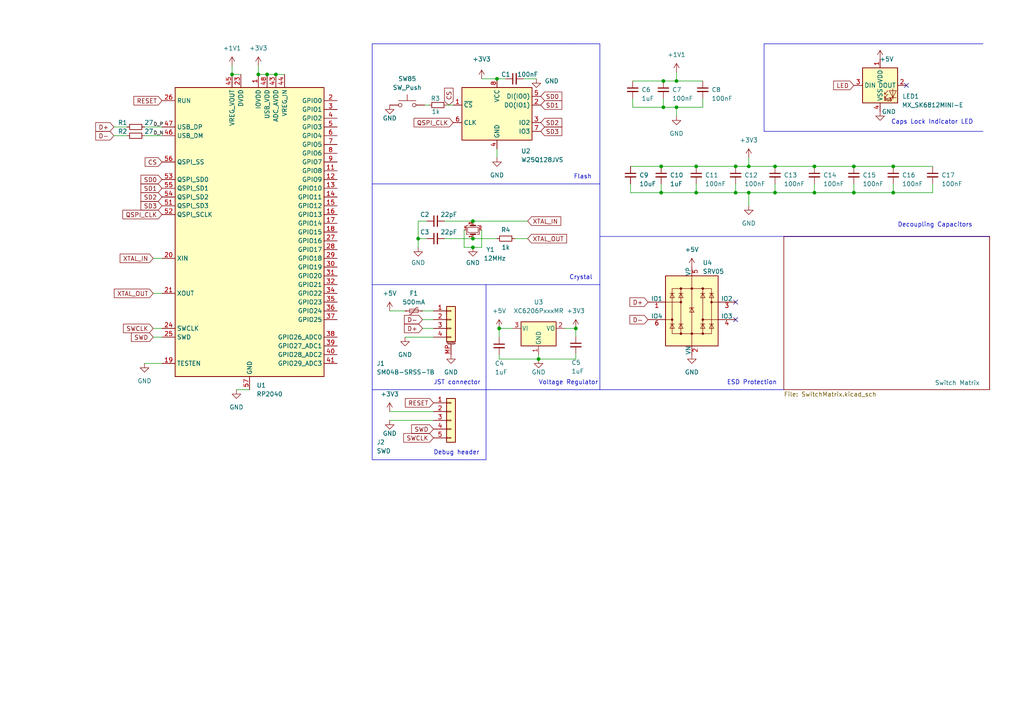
<source format=kicad_sch>
(kicad_sch (version 20230121) (generator eeschema)
  (paper "A4")
  (lib_symbols
    (symbol "+3V3_2" (power) (pin_names (offset 0))
      (property "Value" "+3V3_2" (at 0 3.556 0))
      (symbol "+3V3_2_0_1"
        (polyline (pts (xy -0.762 1.27) (xy 0 2.54)))
        (polyline (pts (xy 0 0) (xy 0 2.54)))
        (polyline (pts (xy 0 2.54) (xy 0.762 1.27)))
      )
      (symbol "+3V3_2_1_1"
        (pin power_in line (at 0 0 90) (length 0) hide (name "+3V3") (number "1"))
      )
    )
    (symbol "Connector_Generic:Conn_01x05" (pin_names (offset 1.016) hide)
      (property "Reference" "J" (at 0 7.62 0))
      (property "Value" "Conn_01x05" (at 0 -7.62 0))
      (symbol "Conn_01x05_1_1"
        (rectangle (start -1.27 -4.953) (end 0 -5.207) (stroke (width 0.1524)))
        (rectangle (start -1.27 -2.413) (end 0 -2.667) (stroke (width 0.1524)))
        (rectangle (start -1.27 0.127) (end 0 -0.127) (stroke (width 0.1524)))
        (rectangle (start -1.27 2.667) (end 0 2.413) (stroke (width 0.1524)))
        (rectangle (start -1.27 5.207) (end 0 4.953) (stroke (width 0.1524)))
        (rectangle (start -1.27 6.35) (end 1.27 -6.35) (stroke (width 0.254)) (fill (type background)))
        (pin passive line (at -5.08 5.08 0) (length 3.81) (name "Pin_1") (number "1"))
        (pin passive line (at -5.08 2.54 0) (length 3.81) (name "Pin_2") (number "2"))
        (pin passive line (at -5.08 0 0) (length 3.81) (name "Pin_3") (number "3"))
        (pin passive line (at -5.08 -2.54 0) (length 3.81) (name "Pin_4") (number "4"))
        (pin passive line (at -5.08 -5.08 0) (length 3.81) (name "Pin_5") (number "5"))
      )
    )
    (symbol "Connector_Generic_MountingPin:Conn_01x04_MountingPin" (pin_names (offset 1.016) hide)
      (property "Reference" "J" (at 0 5.08 0))
      (property "Value" "Conn_01x04_MountingPin" (at 1.27 -7.62 0))
      (symbol "Conn_01x04_MountingPin_1_1"
        (rectangle (start -1.27 -4.953) (end 0 -5.207) (stroke (width 0.1524)))
        (rectangle (start -1.27 -2.413) (end 0 -2.667) (stroke (width 0.1524)))
        (rectangle (start -1.27 0.127) (end 0 -0.127) (stroke (width 0.1524)))
        (rectangle (start -1.27 2.667) (end 0 2.413) (stroke (width 0.1524)))
        (rectangle (start -1.27 3.81) (end 1.27 -6.35) (stroke (width 0.254)) (fill (type background)))
        (polyline (pts (xy -1.016 -7.112) (xy 1.016 -7.112)) (stroke (width 0.1524)))
        (text "Mounting" (at 0 -6.731 0) (effects (font (size 0.381 0.381))))
        (pin passive line (at -5.08 2.54 0) (length 3.81) (name "Pin_1") (number "1"))
        (pin passive line (at -5.08 0 0) (length 3.81) (name "Pin_2") (number "2"))
        (pin passive line (at -5.08 -2.54 0) (length 3.81) (name "Pin_3") (number "3"))
        (pin passive line (at -5.08 -5.08 0) (length 3.81) (name "Pin_4") (number "4"))
        (pin passive line (at 0 -10.16 90) (length 3.048) (name "MountPin") (number "MP"))
      )
    )
    (symbol "Device:C_Small" (pin_numbers hide) (pin_names (offset 0.254) hide)
      (property "Reference" "C" (at 0.254 1.778 0))
      (property "Value" "C_Small" (at 0.254 -2.032 0))
      (symbol "C_Small_0_1"
        (polyline (pts (xy -1.524 -0.508) (xy 1.524 -0.508)) (stroke (width 0.3302)))
        (polyline (pts (xy -1.524 0.508) (xy 1.524 0.508)) (stroke (width 0.3048)))
      )
      (symbol "C_Small_1_1"
        (pin passive line (at 0 2.54 270) (length 2.032) (name "~") (number "1"))
        (pin passive line (at 0 -2.54 90) (length 2.032) (name "~") (number "2"))
      )
    )
    (symbol "Device:Crystal_GND24_Small" (pin_names (offset 1.016) hide)
      (property "Reference" "Y" (at 1.27 4.445 0))
      (property "Value" "Crystal_GND24_Small" (at 1.27 2.54 0))
      (symbol "Crystal_GND24_Small_0_1"
        (rectangle (start -0.762 -1.524) (end 0.762 1.524))
        (polyline (pts (xy -1.27 -0.762) (xy -1.27 0.762)) (stroke (width 0.381)))
        (polyline (pts (xy 1.27 -0.762) (xy 1.27 0.762)) (stroke (width 0.381)))
        (polyline (pts (xy -1.27 -1.27) (xy -1.27 -1.905) (xy 1.27 -1.905) (xy 1.27 -1.27)))
        (polyline (pts (xy -1.27 1.27) (xy -1.27 1.905) (xy 1.27 1.905) (xy 1.27 1.27)))
      )
      (symbol "Crystal_GND24_Small_1_1"
        (pin passive line (at -2.54 0 0) (length 1.27) (name "1") (number "1"))
        (pin passive line (at 0 -2.54 90) (length 0.635) (name "2") (number "2"))
        (pin passive line (at 2.54 0 180) (length 1.27) (name "3") (number "3"))
        (pin passive line (at 0 2.54 270) (length 0.635) (name "4") (number "4"))
      )
    )
    (symbol "Device:Polyfuse_Small" (pin_numbers hide) (pin_names (offset 0))
      (property "Reference" "F" (at -1.905 0 90))
      (property "Value" "Polyfuse_Small" (at 1.905 0 90))
      (symbol "Polyfuse_Small_0_1"
        (rectangle (start -0.508 1.27) (end 0.508 -1.27))
        (polyline (pts (xy 0 2.54) (xy 0 -2.54)))
        (polyline (pts (xy -1.016 1.27) (xy -1.016 0.762) (xy 1.016 -0.762) (xy 1.016 -1.27)))
      )
      (symbol "Polyfuse_Small_1_1"
        (pin passive line (at 0 2.54 270) (length 0.635) (name "~") (number "1"))
        (pin passive line (at 0 -2.54 90) (length 0.635) (name "~") (number "2"))
      )
    )
    (symbol "Device:R_Small" (pin_numbers hide) (pin_names (offset 0.254) hide)
      (property "Reference" "R" (at 0.762 0.508 0))
      (property "Value" "R_Small" (at 0.762 -1.016 0))
      (symbol "R_Small_0_1"
        (rectangle (start -0.762 1.778) (end 0.762 -1.778) (stroke (width 0.2032)))
      )
      (symbol "R_Small_1_1"
        (pin passive line (at 0 2.54 270) (length 0.762) (name "~") (number "1"))
        (pin passive line (at 0 -2.54 90) (length 0.762) (name "~") (number "2"))
      )
    )
    (symbol "GND_1" (power) (pin_names (offset 0))
      (property "Value" "GND_1" (at 0 -3.81 0))
      (symbol "GND_1_0_1"
        (polyline (pts (xy 0 0) (xy 0 -1.27) (xy 1.27 -1.27) (xy 0 -2.54) (xy -1.27 -1.27) (xy 0 -1.27)))
      )
      (symbol "GND_1_1_1"
        (pin power_in line (at 0 0 270) (length 0) hide (name "GND") (number "1"))
      )
    )
    (symbol "GND_2" (power) (pin_names (offset 0))
      (property "Value" "GND_2" (at 0 -3.81 0))
      (symbol "GND_2_0_1"
        (polyline (pts (xy 0 0) (xy 0 -1.27) (xy 1.27 -1.27) (xy 0 -2.54) (xy -1.27 -1.27) (xy 0 -1.27)))
      )
      (symbol "GND_2_1_1"
        (pin power_in line (at 0 0 270) (length 0) hide (name "GND") (number "1"))
      )
    )
    (symbol "MCU_RaspberryPi:RP2040"
      (property "Reference" "U" (at 17.78 45.72 0))
      (property "Value" "RP2040" (at 17.78 43.18 0))
      (symbol "RP2040_0_1"
        (rectangle (start -21.59 41.91) (end 21.59 -41.91) (stroke (width 0.254)) (fill (type background)))
      )
      (symbol "RP2040_1_1"
        (pin power_in line (at 2.54 45.72 270) (length 3.81) (name "IOVDD") (number "1"))
        (pin passive line (at 2.54 45.72 270) (length 3.81) hide (name "IOVDD") (number "10"))
        (pin bidirectional line (at 25.4 17.78 180) (length 3.81) (name "GPIO8") (number "11"))
        (pin bidirectional line (at 25.4 15.24 180) (length 3.81) (name "GPIO9") (number "12"))
        (pin bidirectional line (at 25.4 12.7 180) (length 3.81) (name "GPIO10") (number "13"))
        (pin bidirectional line (at 25.4 10.16 180) (length 3.81) (name "GPIO11") (number "14"))
        (pin bidirectional line (at 25.4 7.62 180) (length 3.81) (name "GPIO12") (number "15"))
        (pin bidirectional line (at 25.4 5.08 180) (length 3.81) (name "GPIO13") (number "16"))
        (pin bidirectional line (at 25.4 2.54 180) (length 3.81) (name "GPIO14") (number "17"))
        (pin bidirectional line (at 25.4 0 180) (length 3.81) (name "GPIO15") (number "18"))
        (pin input line (at -25.4 -38.1 0) (length 3.81) (name "TESTEN") (number "19"))
        (pin bidirectional line (at 25.4 38.1 180) (length 3.81) (name "GPIO0") (number "2"))
        (pin input line (at -25.4 -7.62 0) (length 3.81) (name "XIN") (number "20"))
        (pin passive line (at -25.4 -17.78 0) (length 3.81) (name "XOUT") (number "21"))
        (pin passive line (at 2.54 45.72 270) (length 3.81) hide (name "IOVDD") (number "22"))
        (pin power_in line (at -2.54 45.72 270) (length 3.81) (name "DVDD") (number "23"))
        (pin output line (at -25.4 -27.94 0) (length 3.81) (name "SWCLK") (number "24"))
        (pin bidirectional line (at -25.4 -30.48 0) (length 3.81) (name "SWD") (number "25"))
        (pin input line (at -25.4 38.1 0) (length 3.81) (name "RUN") (number "26"))
        (pin bidirectional line (at 25.4 -2.54 180) (length 3.81) (name "GPIO16") (number "27"))
        (pin bidirectional line (at 25.4 -5.08 180) (length 3.81) (name "GPIO17") (number "28"))
        (pin bidirectional line (at 25.4 -7.62 180) (length 3.81) (name "GPIO18") (number "29"))
        (pin bidirectional line (at 25.4 35.56 180) (length 3.81) (name "GPIO1") (number "3"))
        (pin bidirectional line (at 25.4 -10.16 180) (length 3.81) (name "GPIO19") (number "30"))
        (pin bidirectional line (at 25.4 -12.7 180) (length 3.81) (name "GPIO20") (number "31"))
        (pin bidirectional line (at 25.4 -15.24 180) (length 3.81) (name "GPIO21") (number "32"))
        (pin passive line (at 2.54 45.72 270) (length 3.81) hide (name "IOVDD") (number "33"))
        (pin bidirectional line (at 25.4 -17.78 180) (length 3.81) (name "GPIO22") (number "34"))
        (pin bidirectional line (at 25.4 -20.32 180) (length 3.81) (name "GPIO23") (number "35"))
        (pin bidirectional line (at 25.4 -22.86 180) (length 3.81) (name "GPIO24") (number "36"))
        (pin bidirectional line (at 25.4 -25.4 180) (length 3.81) (name "GPIO25") (number "37"))
        (pin bidirectional line (at 25.4 -30.48 180) (length 3.81) (name "GPIO26_ADC0") (number "38"))
        (pin bidirectional line (at 25.4 -33.02 180) (length 3.81) (name "GPIO27_ADC1") (number "39"))
        (pin bidirectional line (at 25.4 33.02 180) (length 3.81) (name "GPIO2") (number "4"))
        (pin bidirectional line (at 25.4 -35.56 180) (length 3.81) (name "GPIO28_ADC2") (number "40"))
        (pin bidirectional line (at 25.4 -38.1 180) (length 3.81) (name "GPIO29_ADC3") (number "41"))
        (pin passive line (at 2.54 45.72 270) (length 3.81) hide (name "IOVDD") (number "42"))
        (pin power_in line (at 7.62 45.72 270) (length 3.81) (name "ADC_AVDD") (number "43"))
        (pin power_in line (at 10.16 45.72 270) (length 3.81) (name "VREG_IN") (number "44"))
        (pin power_out line (at -5.08 45.72 270) (length 3.81) (name "VREG_VOUT") (number "45"))
        (pin bidirectional line (at -25.4 27.94 0) (length 3.81) (name "USB_DM") (number "46"))
        (pin bidirectional line (at -25.4 30.48 0) (length 3.81) (name "USB_DP") (number "47"))
        (pin power_in line (at 5.08 45.72 270) (length 3.81) (name "USB_VDD") (number "48"))
        (pin passive line (at 2.54 45.72 270) (length 3.81) hide (name "IOVDD") (number "49"))
        (pin bidirectional line (at 25.4 30.48 180) (length 3.81) (name "GPIO3") (number "5"))
        (pin passive line (at -2.54 45.72 270) (length 3.81) hide (name "DVDD") (number "50"))
        (pin bidirectional line (at -25.4 7.62 0) (length 3.81) (name "QSPI_SD3") (number "51"))
        (pin output line (at -25.4 5.08 0) (length 3.81) (name "QSPI_SCLK") (number "52"))
        (pin bidirectional line (at -25.4 15.24 0) (length 3.81) (name "QSPI_SD0") (number "53"))
        (pin bidirectional line (at -25.4 10.16 0) (length 3.81) (name "QSPI_SD2") (number "54"))
        (pin bidirectional line (at -25.4 12.7 0) (length 3.81) (name "QSPI_SD1") (number "55"))
        (pin bidirectional line (at -25.4 20.32 0) (length 3.81) (name "QSPI_SS") (number "56"))
        (pin power_in line (at 0 -45.72 90) (length 3.81) (name "GND") (number "57"))
        (pin bidirectional line (at 25.4 27.94 180) (length 3.81) (name "GPIO4") (number "6"))
        (pin bidirectional line (at 25.4 25.4 180) (length 3.81) (name "GPIO5") (number "7"))
        (pin bidirectional line (at 25.4 22.86 180) (length 3.81) (name "GPIO6") (number "8"))
        (pin bidirectional line (at 25.4 20.32 180) (length 3.81) (name "GPIO7") (number "9"))
      )
    )
    (symbol "Memory_Flash:W25Q128JVS"
      (property "Reference" "U" (at -8.89 8.89 0))
      (property "Value" "W25Q128JVS" (at 7.62 8.89 0))
      (symbol "W25Q128JVS_0_1"
        (rectangle (start -10.16 7.62) (end 10.16 -7.62) (stroke (width 0.254)) (fill (type background)))
      )
      (symbol "W25Q128JVS_1_1"
        (pin input line (at -12.7 2.54 0) (length 2.54) (name "~{CS}") (number "1"))
        (pin bidirectional line (at 12.7 2.54 180) (length 2.54) (name "DO(IO1)") (number "2"))
        (pin bidirectional line (at 12.7 -2.54 180) (length 2.54) (name "IO2") (number "3"))
        (pin power_in line (at 0 -10.16 90) (length 2.54) (name "GND") (number "4"))
        (pin bidirectional line (at 12.7 5.08 180) (length 2.54) (name "DI(IO0)") (number "5"))
        (pin input line (at -12.7 -2.54 0) (length 2.54) (name "CLK") (number "6"))
        (pin bidirectional line (at 12.7 -5.08 180) (length 2.54) (name "IO3") (number "7"))
        (pin power_in line (at 0 10.16 270) (length 2.54) (name "VCC") (number "8"))
      )
    )
    (symbol "Regulator_Linear:XC6206PxxxMR" (pin_names (offset 0.254))
      (property "Reference" "U" (at -3.81 3.175 0))
      (property "Value" "XC6206PxxxMR" (at 0 3.175 0))
      (symbol "XC6206PxxxMR_0_1"
        (rectangle (start -5.08 1.905) (end 5.08 -5.08) (stroke (width 0.254)) (fill (type background)))
      )
      (symbol "XC6206PxxxMR_1_1"
        (pin power_in line (at 0 -7.62 90) (length 2.54) (name "GND") (number "1"))
        (pin power_out line (at 7.62 0 180) (length 2.54) (name "VO") (number "2"))
        (pin power_in line (at -7.62 0 0) (length 2.54) (name "VI") (number "3"))
      )
    )
    (symbol "Switch:SW_Push" (pin_numbers hide) (pin_names (offset 1.016) hide)
      (property "Reference" "SW" (at 1.27 2.54 0))
      (property "Value" "SW_Push" (at 0 -1.524 0))
      (symbol "SW_Push_0_1"
        (circle (center -2.032 0) (radius 0.508))
        (polyline (pts (xy 0 1.27) (xy 0 3.048)))
        (polyline (pts (xy 2.54 1.27) (xy -2.54 1.27)))
        (circle (center 2.032 0) (radius 0.508))
        (pin passive line (at -5.08 0 0) (length 2.54) (name "1") (number "1"))
        (pin passive line (at 5.08 0 180) (length 2.54) (name "2") (number "2"))
      )
    )
    (symbol "marbastlib-mx:MX_SK6812MINI-E"
      (property "Reference" "LED" (at 2.54 -6.35 0))
      (property "Value" "MX_SK6812MINI-E" (at 10.16 6.35 0))
      (symbol "MX_SK6812MINI-E_0_0"
        (text "RGB" (at 2.286 -4.191 0) (effects (font (size 0.762 0.762))))
      )
      (symbol "MX_SK6812MINI-E_0_1"
        (polyline (pts (xy 1.27 -3.556) (xy 1.778 -3.556)))
        (polyline (pts (xy 1.27 -2.54) (xy 1.778 -2.54)))
        (polyline (pts (xy 4.699 -3.556) (xy 2.667 -3.556)))
        (polyline (pts (xy 2.286 -2.54) (xy 1.27 -3.556) (xy 1.27 -3.048)))
        (polyline (pts (xy 2.286 -1.524) (xy 1.27 -2.54) (xy 1.27 -2.032)))
        (polyline (pts (xy 3.683 -1.016) (xy 3.683 -3.556) (xy 3.683 -4.064)))
        (polyline (pts (xy 4.699 -1.524) (xy 2.667 -1.524) (xy 3.683 -3.556) (xy 4.699 -1.524)))
        (rectangle (start 5.08 5.08) (end -5.08 -5.08) (stroke (width 0.254)) (fill (type background)))
      )
      (symbol "MX_SK6812MINI-E_1_1"
        (pin power_in line (at 0 7.62 270) (length 2.54) (name "VDD") (number "1"))
        (pin output line (at 7.62 0 180) (length 2.54) (name "DOUT") (number "2"))
        (pin input line (at -7.62 0 0) (length 2.54) (name "DIN") (number "3"))
        (pin power_in line (at 0 -7.62 90) (length 2.54) (name "VSS") (number "4"))
      )
    )
    (symbol "marbastlib-various:SRV05-4" (pin_names (offset 0))
      (property "Reference" "U" (at -5.08 11.43 0))
      (property "Value" "SRV05-4" (at 2.54 11.43 0))
      (symbol "SRV05-4_0_0"
        (rectangle (start -5.715 6.477) (end 5.715 -6.604))
        (polyline (pts (xy -3.175 -6.604) (xy -3.175 6.477)))
        (polyline (pts (xy 3.175 6.477) (xy 3.175 -6.604)))
      )
      (symbol "SRV05-4_0_1"
        (rectangle (start -7.62 10.16) (end 7.62 -10.16) (stroke (width 0.254)) (fill (type background)))
        (circle (center -5.715 -2.54) (radius 0.2794) (fill (type outline)))
        (circle (center -3.175 -6.604) (radius 0.2794) (fill (type outline)))
        (circle (center -3.175 2.54) (radius 0.2794) (fill (type outline)))
        (circle (center -3.175 6.477) (radius 0.2794) (fill (type outline)))
        (circle (center 0 -6.604) (radius 0.2794) (fill (type outline)))
        (polyline (pts (xy -7.747 2.54) (xy -3.175 2.54)))
        (polyline (pts (xy -7.62 -2.54) (xy -5.715 -2.54)))
        (polyline (pts (xy -5.08 -3.81) (xy -6.35 -3.81)))
        (polyline (pts (xy -5.08 5.08) (xy -6.35 5.08)))
        (polyline (pts (xy -2.54 -3.81) (xy -3.81 -3.81)))
        (polyline (pts (xy -2.54 5.08) (xy -3.81 5.08)))
        (polyline (pts (xy 0 10.16) (xy 0 -10.16)))
        (polyline (pts (xy 3.81 -3.81) (xy 2.54 -3.81)))
        (polyline (pts (xy 3.81 5.08) (xy 2.54 5.08)))
        (polyline (pts (xy 6.35 -3.81) (xy 5.08 -3.81)))
        (polyline (pts (xy 6.35 5.08) (xy 5.08 5.08)))
        (polyline (pts (xy 7.62 -2.54) (xy 3.175 -2.54)))
        (polyline (pts (xy 7.62 2.54) (xy 5.715 2.54)))
        (polyline (pts (xy 0.635 0.889) (xy -0.635 0.889) (xy -0.635 0.635)))
        (polyline (pts (xy -5.08 -5.08) (xy -6.35 -5.08) (xy -5.715 -3.81) (xy -5.08 -5.08)))
        (polyline (pts (xy -5.08 3.81) (xy -6.35 3.81) (xy -5.715 5.08) (xy -5.08 3.81)))
        (polyline (pts (xy -2.54 -5.08) (xy -3.81 -5.08) (xy -3.175 -3.81) (xy -2.54 -5.08)))
        (polyline (pts (xy -2.54 3.81) (xy -3.81 3.81) (xy -3.175 5.08) (xy -2.54 3.81)))
        (polyline (pts (xy 0.635 -0.381) (xy -0.635 -0.381) (xy 0 0.889) (xy 0.635 -0.381)))
        (polyline (pts (xy 3.81 -5.08) (xy 2.54 -5.08) (xy 3.175 -3.81) (xy 3.81 -5.08)))
        (polyline (pts (xy 3.81 3.81) (xy 2.54 3.81) (xy 3.175 5.08) (xy 3.81 3.81)))
        (polyline (pts (xy 6.35 -5.08) (xy 5.08 -5.08) (xy 5.715 -3.81) (xy 6.35 -5.08)))
        (polyline (pts (xy 6.35 3.81) (xy 5.08 3.81) (xy 5.715 5.08) (xy 6.35 3.81)))
        (circle (center 0 6.477) (radius 0.2794) (fill (type outline)))
        (circle (center 3.175 -6.604) (radius 0.2794) (fill (type outline)))
        (circle (center 3.175 -2.54) (radius 0.2794) (fill (type outline)))
        (circle (center 3.175 6.477) (radius 0.2794) (fill (type outline)))
        (circle (center 5.715 2.54) (radius 0.2794) (fill (type outline)))
      )
      (symbol "SRV05-4_1_1"
        (pin passive line (at -12.7 2.54 0) (length 5.08) (name "IO1") (number "1"))
        (pin passive line (at 0 -12.7 90) (length 2.54) (name "VN") (number "2"))
        (pin passive line (at 12.7 2.54 180) (length 5.08) (name "IO2") (number "3"))
        (pin passive line (at 12.7 -2.54 180) (length 5.08) (name "IO3") (number "4"))
        (pin passive line (at 0 12.7 270) (length 2.54) (name "VP") (number "5"))
        (pin passive line (at -12.7 -2.54 0) (length 5.08) (name "IO4") (number "6"))
      )
    )
    (symbol "power:+1V1" (power) (pin_names (offset 0))
      (property "Value" "+1V1" (at 0 3.556 0))
      (symbol "+1V1_0_1"
        (polyline (pts (xy -0.762 1.27) (xy 0 2.54)))
        (polyline (pts (xy 0 0) (xy 0 2.54)))
        (polyline (pts (xy 0 2.54) (xy 0.762 1.27)))
      )
      (symbol "+1V1_1_1"
        (pin power_in line (at 0 0 90) (length 0) hide (name "+1V1") (number "1"))
      )
    )
    (symbol "power:+3V3" (power) (pin_names (offset 0))
      (property "Value" "+3V3" (at 0 3.556 0))
      (symbol "+3V3_0_1"
        (polyline (pts (xy -0.762 1.27) (xy 0 2.54)))
        (polyline (pts (xy 0 0) (xy 0 2.54)))
        (polyline (pts (xy 0 2.54) (xy 0.762 1.27)))
      )
      (symbol "+3V3_1_1"
        (pin power_in line (at 0 0 90) (length 0) hide (name "+3V3") (number "1"))
      )
    )
    (symbol "power:+5V" (power) (pin_names (offset 0))
      (property "Value" "+5V" (at 0 3.556 0))
      (symbol "+5V_0_1"
        (polyline (pts (xy -0.762 1.27) (xy 0 2.54)))
        (polyline (pts (xy 0 0) (xy 0 2.54)))
        (polyline (pts (xy 0 2.54) (xy 0.762 1.27)))
      )
      (symbol "+5V_1_1"
        (pin power_in line (at 0 0 90) (length 0) hide (name "+5V") (number "1"))
      )
    )
    (symbol "power:GND" (power) (pin_names (offset 0))
      (property "Value" "GND" (at 0 -3.81 0))
      (symbol "GND_0_1"
        (polyline (pts (xy 0 0) (xy 0 -1.27) (xy 1.27 -1.27) (xy 0 -2.54) (xy -1.27 -1.27) (xy 0 -1.27)))
      )
      (symbol "GND_1_1"
        (pin power_in line (at 0 0 270) (length 0) hide (name "GND") (number "1"))
      )
    )
  )
  (junction (at 196.215 23.495))
  (junction (at 80.01 21.59))
  (junction (at 213.36 48.26))
  (junction (at 77.47 21.59))
  (junction (at 144.78 95.25))
  (junction (at 156.21 104.14))
  (junction (at 74.93 21.59))
  (junction (at 191.77 55.88))
  (junction (at 167.005 95.25))
  (junction (at 247.65 48.26))
  (junction (at 191.77 48.26))
  (junction (at 121.285 69.215))
  (junction (at 67.31 21.59))
  (junction (at 137.16 69.215))
  (junction (at 247.65 55.88))
  (junction (at 192.405 23.495))
  (junction (at 137.16 71.755))
  (junction (at 196.215 31.115))
  (junction (at 137.16 64.135))
  (junction (at 217.17 48.26))
  (junction (at 213.36 55.88))
  (junction (at 192.405 31.115))
  (junction (at 259.08 48.26))
  (junction (at 201.93 55.88))
  (junction (at 217.17 55.88))
  (junction (at 201.93 48.26))
  (junction (at 236.22 48.26))
  (junction (at 224.79 48.26))
  (junction (at 259.08 55.88))
  (junction (at 236.22 55.88))
  (junction (at 144.145 22.86))
  (junction (at 224.79 55.88))
  (no_connect (at 262.89 24.765))
  (no_connect (at 213.36 87.63))
  (no_connect (at 213.36 92.71))
  (wire (pts (xy 74.93 21.59) (xy 77.47 21.59)))
  (wire (pts (xy 122.555 95.25) (xy 125.73 95.25)))
  (wire (pts (xy 134.62 71.755) (xy 137.16 71.755)))
  (wire (pts (xy 134.62 66.675) (xy 134.62 71.755)))
  (polyline (pts (xy 165.1 53.34) (xy 107.95 53.34)) (stroke (width 0) (type solid)))
  (polyline (pts (xy 285.75 68.58) (xy 287.02 68.58)) (stroke (width 0) (type solid)))
  (wire (pts (xy 44.45 95.25) (xy 46.99 95.25)))
  (wire (pts (xy 122.555 90.17) (xy 125.73 90.17)))
  (wire (pts (xy 74.93 19.05) (xy 74.93 21.59)))
  (wire (pts (xy 44.45 74.93) (xy 46.99 74.93)))
  (polyline (pts (xy 173.99 82.55) (xy 173.99 53.34)) (stroke (width 0) (type solid)))
  (wire (pts (xy 128.905 69.215) (xy 137.16 69.215)))
  (wire (pts (xy 144.78 104.14) (xy 156.21 104.14)))
  (wire (pts (xy 224.79 48.26) (xy 236.22 48.26)))
  (wire (pts (xy 259.08 55.88) (xy 270.51 55.88)))
  (wire (pts (xy 139.7 71.755) (xy 137.16 71.755)))
  (polyline (pts (xy 107.95 82.55) (xy 107.95 109.22)) (stroke (width 0) (type solid)))
  (wire (pts (xy 68.58 113.03) (xy 72.39 113.03)))
  (wire (pts (xy 77.47 21.59) (xy 80.01 21.59)))
  (polyline (pts (xy 173.99 68.58) (xy 285.75 68.58)) (stroke (width 0) (type solid)))
  (polyline (pts (xy 107.95 53.34) (xy 107.95 82.55)) (stroke (width 0) (type solid)))
  (wire (pts (xy 247.65 53.34) (xy 247.65 55.88)))
  (wire (pts (xy 217.17 55.88) (xy 217.17 59.69)))
  (polyline (pts (xy 107.95 109.22) (xy 107.95 113.03)) (stroke (width 0) (type solid)))
  (wire (pts (xy 167.005 102.616) (xy 167.005 104.14)))
  (wire (pts (xy 144.78 102.87) (xy 144.78 104.14)))
  (polyline (pts (xy 173.99 12.7) (xy 165.1 12.7)) (stroke (width 0) (type solid)))
  (wire (pts (xy 129.54 30.48) (xy 131.445 30.48)))
  (polyline (pts (xy 107.95 113.03) (xy 107.95 133.35)) (stroke (width 0) (type solid)))
  (wire (pts (xy 236.22 48.26) (xy 247.65 48.26)))
  (wire (pts (xy 123.825 69.215) (xy 121.285 69.215)))
  (wire (pts (xy 217.17 48.26) (xy 224.79 48.26)))
  (polyline (pts (xy 221.615 12.7) (xy 285.115 12.7)) (stroke (width 0) (type solid)))
  (wire (pts (xy 156.21 102.87) (xy 156.21 104.14)))
  (wire (pts (xy 163.83 95.25) (xy 167.005 95.25)))
  (polyline (pts (xy 173.99 82.55) (xy 165.1 82.55)) (stroke (width 0) (type solid)))
  (polyline (pts (xy 173.99 113.03) (xy 227.33 113.03)) (stroke (width 0) (type solid)))
  (wire (pts (xy 224.79 55.88) (xy 236.22 55.88)))
  (polyline (pts (xy 173.99 53.34) (xy 165.1 53.34)) (stroke (width 0) (type solid)))
  (wire (pts (xy 192.405 28.575) (xy 192.405 31.115)))
  (wire (pts (xy 213.36 53.34) (xy 213.36 55.88)))
  (wire (pts (xy 183.515 28.575) (xy 183.515 31.115)))
  (wire (pts (xy 236.22 53.34) (xy 236.22 55.88)))
  (wire (pts (xy 121.285 69.215) (xy 121.285 71.755)))
  (wire (pts (xy 270.51 55.88) (xy 270.51 53.34)))
  (wire (pts (xy 259.08 53.34) (xy 259.08 55.88)))
  (wire (pts (xy 167.005 104.14) (xy 156.21 104.14)))
  (wire (pts (xy 113.03 119.38) (xy 125.73 119.38)))
  (polyline (pts (xy 173.99 53.34) (xy 173.99 12.7)) (stroke (width 0) (type solid)))
  (wire (pts (xy 121.285 69.215) (xy 121.285 64.135)))
  (wire (pts (xy 191.77 48.26) (xy 201.93 48.26)))
  (wire (pts (xy 192.405 23.495) (xy 196.215 23.495)))
  (wire (pts (xy 44.45 85.09) (xy 46.99 85.09)))
  (wire (pts (xy 144.145 22.86) (xy 146.685 22.86)))
  (polyline (pts (xy 221.615 12.7) (xy 221.615 38.1)) (stroke (width 0) (type solid)))
  (polyline (pts (xy 173.99 113.03) (xy 173.99 82.55)) (stroke (width 0) (type solid)))
  (wire (pts (xy 182.88 53.34) (xy 182.88 55.88)))
  (wire (pts (xy 196.215 31.115) (xy 196.215 33.655)))
  (wire (pts (xy 151.765 22.86) (xy 155.575 22.86)))
  (wire (pts (xy 128.905 64.135) (xy 137.16 64.135)))
  (polyline (pts (xy 107.95 12.7) (xy 165.1 12.7)) (stroke (width 0) (type solid)))
  (wire (pts (xy 41.91 39.37) (xy 46.99 39.37)))
  (wire (pts (xy 144.145 43.18) (xy 144.145 45.72)))
  (wire (pts (xy 44.45 97.79) (xy 46.99 97.79)))
  (wire (pts (xy 117.475 97.79) (xy 125.73 97.79)))
  (polyline (pts (xy 107.95 113.03) (xy 173.99 113.03)) (stroke (width 0) (type solid)))
  (wire (pts (xy 183.515 23.495) (xy 192.405 23.495)))
  (polyline (pts (xy 221.615 38.1) (xy 285.115 38.1)) (stroke (width 0) (type solid)))
  (wire (pts (xy 201.93 48.26) (xy 213.36 48.26)))
  (wire (pts (xy 123.19 30.48) (xy 124.46 30.48)))
  (wire (pts (xy 33.02 39.37) (xy 36.83 39.37)))
  (wire (pts (xy 149.225 69.215) (xy 153.035 69.215)))
  (wire (pts (xy 247.65 55.88) (xy 259.08 55.88)))
  (wire (pts (xy 224.79 53.34) (xy 224.79 55.88)))
  (wire (pts (xy 67.31 21.59) (xy 69.85 21.59)))
  (wire (pts (xy 33.02 36.83) (xy 36.83 36.83)))
  (wire (pts (xy 196.215 31.115) (xy 203.835 31.115)))
  (polyline (pts (xy 140.97 109.22) (xy 140.97 82.55)) (stroke (width 0) (type solid)))
  (wire (pts (xy 121.285 64.135) (xy 123.825 64.135)))
  (wire (pts (xy 137.16 64.135) (xy 153.035 64.135)))
  (wire (pts (xy 167.005 95.25) (xy 167.005 97.536)))
  (wire (pts (xy 139.7 66.675) (xy 139.7 71.755)))
  (polyline (pts (xy 140.97 109.22) (xy 140.97 113.03)) (stroke (width 0) (type solid)))
  (polyline (pts (xy 107.95 53.34) (xy 107.95 12.7)) (stroke (width 0) (type solid)))
  (wire (pts (xy 41.91 105.41) (xy 46.99 105.41)))
  (wire (pts (xy 201.93 55.88) (xy 213.36 55.88)))
  (wire (pts (xy 236.22 55.88) (xy 247.65 55.88)))
  (wire (pts (xy 192.405 31.115) (xy 196.215 31.115)))
  (polyline (pts (xy 140.97 113.03) (xy 140.97 133.35)) (stroke (width 0) (type solid)))
  (wire (pts (xy 203.835 31.115) (xy 203.835 28.575)))
  (wire (pts (xy 80.01 21.59) (xy 82.55 21.59)))
  (wire (pts (xy 213.36 55.88) (xy 217.17 55.88)))
  (wire (pts (xy 139.7 22.86) (xy 144.145 22.86)))
  (wire (pts (xy 217.17 45.72) (xy 217.17 48.26)))
  (wire (pts (xy 144.78 95.25) (xy 148.59 95.25)))
  (wire (pts (xy 183.515 31.115) (xy 192.405 31.115)))
  (wire (pts (xy 67.31 19.05) (xy 67.31 21.59)))
  (wire (pts (xy 247.65 48.26) (xy 259.08 48.26)))
  (polyline (pts (xy 140.97 133.35) (xy 107.95 133.35)) (stroke (width 0) (type solid)))
  (wire (pts (xy 259.08 48.26) (xy 270.51 48.26)))
  (wire (pts (xy 182.88 48.26) (xy 191.77 48.26)))
  (wire (pts (xy 144.78 95.25) (xy 144.78 97.79)))
  (wire (pts (xy 137.16 69.215) (xy 144.145 69.215)))
  (wire (pts (xy 217.17 55.88) (xy 224.79 55.88)))
  (wire (pts (xy 113.03 121.92) (xy 125.73 121.92)))
  (wire (pts (xy 191.77 55.88) (xy 201.93 55.88)))
  (wire (pts (xy 213.36 48.26) (xy 217.17 48.26)))
  (wire (pts (xy 191.77 53.34) (xy 191.77 55.88)))
  (polyline (pts (xy 165.1 82.55) (xy 107.95 82.55)) (stroke (width 0) (type solid)))
  (wire (pts (xy 122.555 92.71) (xy 125.73 92.71)))
  (wire (pts (xy 196.215 20.955) (xy 196.215 23.495)))
  (wire (pts (xy 182.88 55.88) (xy 191.77 55.88)))
  (wire (pts (xy 113.03 90.17) (xy 117.475 90.17)))
  (wire (pts (xy 41.91 36.83) (xy 46.99 36.83)))
  (wire (pts (xy 196.215 23.495) (xy 203.835 23.495)))
  (wire (pts (xy 201.93 53.34) (xy 201.93 55.88)))
  (text "Voltage Regulator" (at 156.21 111.76 0) (effects (font (size 1.27 1.27)) (justify left bottom)))
  (text "Flash\n" (at 166.37 52.07 0) (effects (font (size 1.27 1.27)) (justify left bottom)))
  (text "JST connector" (at 125.73 111.76 0) (effects (font (size 1.27 1.27)) (justify left bottom)))
  (text "ESD Protection" (at 210.82 111.76 0) (effects (font (size 1.27 1.27)) (justify left bottom)))
  (text "Crystal" (at 165.1 81.28 0) (effects (font (size 1.27 1.27)) (justify left bottom)))
  (text "Caps Lock Indicator LED" (at 258.445 36.195 0) (effects (font (size 1.27 1.27)) (justify left bottom)))
  (text "Decoupling Capacitors" (at 260.35 66.04 0) (effects (font (size 1.27 1.27)) (justify left bottom)))
  (text "Debug header" (at 125.73 132.08 0) (effects (font (size 1.27 1.27)) (justify left bottom)))
  (label "D_P" (at 44.45 36.83 0) (effects (font (size 1 1))))
  (label "D_N" (at 44.45 39.37 0) (effects (font (size 1 1))))
  (global_label "XTAL_OUT" (shape input) (at 44.45 85.09 180) (property "Intersheetrefs" "${INTERSHEET_REFS}" (effects hide)))
  (global_label "SD2" (shape input) (at 156.845 35.56 0) (property "Intersheetrefs" "${INTERSHEET_REFS}" (effects hide)))
  (global_label "XTAL_IN" (shape input) (at 44.45 74.93 180) (property "Intersheetrefs" "${INTERSHEET_REFS}" (effects hide)))
  (global_label "D+" (shape input) (at 33.02 36.83 180) (property "Intersheetrefs" "${INTERSHEET_REFS}" (effects hide)))
  (global_label "CS" (shape input) (at 46.99 46.99 180) (property "Intersheetrefs" "${INTERSHEET_REFS}" (effects hide)))
  (global_label "SD3" (shape input) (at 156.845 38.1 0) (property "Intersheetrefs" "${INTERSHEET_REFS}" (effects hide)))
  (global_label "QSPI_CLK" (shape input) (at 46.99 62.23 180) (property "Intersheetrefs" "${INTERSHEET_REFS}" (effects hide)))
  (global_label "SD1" (shape input) (at 156.845 30.48 0) (property "Intersheetrefs" "${INTERSHEET_REFS}" (effects hide)))
  (global_label "RESET" (shape input) (at 46.99 29.21 180) (property "Intersheetrefs" "${INTERSHEET_REFS}" (effects hide)))
  (global_label "SWCLK" (shape input) (at 44.45 95.25 180) (property "Intersheetrefs" "${INTERSHEET_REFS}" (effects hide)))
  (global_label "SWD" (shape input) (at 125.73 124.46 180) (property "Intersheetrefs" "${INTERSHEET_REFS}" (effects hide)))
  (global_label "SD0" (shape input) (at 156.845 27.94 0) (property "Intersheetrefs" "${INTERSHEET_REFS}" (effects hide)))
  (global_label "D-" (shape input) (at 187.96 92.71 180) (property "Intersheetrefs" "${INTERSHEET_REFS}" (effects hide)))
  (global_label "SD1" (shape input) (at 46.99 54.61 180) (property "Intersheetrefs" "${INTERSHEET_REFS}" (effects hide)))
  (global_label "SD2" (shape input) (at 46.99 57.15 180) (property "Intersheetrefs" "${INTERSHEET_REFS}" (effects hide)))
  (global_label "SWCLK" (shape input) (at 125.73 127 180) (property "Intersheetrefs" "${INTERSHEET_REFS}" (effects hide)))
  (global_label "XTAL_IN" (shape input) (at 153.035 64.135 0) (property "Intersheetrefs" "${INTERSHEET_REFS}" (effects hide)))
  (global_label "SD0" (shape input) (at 46.99 52.07 180) (property "Intersheetrefs" "${INTERSHEET_REFS}" (effects hide)))
  (global_label "D-" (shape input) (at 33.02 39.37 180) (property "Intersheetrefs" "${INTERSHEET_REFS}" (effects hide)))
  (global_label "QSPI_CLK" (shape input) (at 131.445 35.56 180) (property "Intersheetrefs" "${INTERSHEET_REFS}" (effects hide)))
  (global_label "LED" (shape input) (at 247.65 24.765 180) (property "Intersheetrefs" "${INTERSHEET_REFS}" (effects hide)))
  (global_label "D+" (shape input) (at 122.555 95.25 180) (property "Intersheetrefs" "${INTERSHEET_REFS}" (effects hide)))
  (global_label "XTAL_OUT" (shape input) (at 153.035 69.215 0) (property "Intersheetrefs" "${INTERSHEET_REFS}" (effects hide)))
  (global_label "D+" (shape input) (at 187.96 87.63 180) (property "Intersheetrefs" "${INTERSHEET_REFS}" (effects hide)))
  (global_label "RESET" (shape input) (at 125.73 116.84 180) (property "Intersheetrefs" "${INTERSHEET_REFS}" (effects hide)))
  (global_label "SWD" (shape input) (at 44.45 97.79 180) (property "Intersheetrefs" "${INTERSHEET_REFS}" (effects hide)))
  (global_label "SD3" (shape input) (at 46.99 59.69 180) (property "Intersheetrefs" "${INTERSHEET_REFS}" (effects hide)))
  (global_label "CS" (shape input) (at 130.175 30.48 90) (property "Intersheetrefs" "${INTERSHEET_REFS}" (effects hide)))
  (global_label "D-" (shape input) (at 122.555 92.71 180) (property "Intersheetrefs" "${INTERSHEET_REFS}" (effects hide)))
  (symbol (lib_id "power:GND") (at 117.475 97.79 0) (unit 1)
    (property "Reference" "#PWR0107" (effects hide))
    (property "Value" "GND" (at 117.475 102.87 0))
  )
  (symbol (lib_id "power:GND") (at 68.58 113.03 0) (unit 1)
    (property "Reference" "#PWR0115" (effects hide))
    (property "Value" "GND" (at 68.58 118.11 0))
  )
  (symbol (lib_id "power:+5V") (at 200.66 77.47 0) (unit 1)
    (property "Reference" "#PWR0123" (effects hide))
    (property "Value" "+5V" (at 200.66 72.39 0))
  )
  (symbol (lib_id "power:+3V3") (at 74.93 19.05 0) (unit 1)
    (property "Reference" "#PWR0117" (effects hide))
    (property "Value" "+3V3" (at 74.93 13.97 0))
  )
  (symbol (lib_id "Switch:SW_Push") (at 118.11 30.48 0) (unit 1)
    (property "Reference" "SW85" (at 118.11 22.86 0))
    (property "Value" "SW_Push" (at 118.11 25.4 0))
    (property "Footprint" "Button_Switch_SMD:SW_SPST_SKQG_WithStem" (effects hide))
  )
  (symbol (lib_id "Device:Crystal_GND24_Small") (at 137.16 66.675 90) (unit 1)
    (property "Reference" "Y1" (at 142.24 72.39 90))
    (property "Value" "12MHz" (at 143.51 74.93 90))
    (property "Footprint" "Crystal:Crystal_SMD_3225-4Pin_3.2x2.5mm" (effects hide))
  )
  (symbol (lib_id "power:+3V3") (at 139.7 22.86 0) (unit 1)
    (property "Reference" "#PWR0101" (effects hide))
    (property "Value" "+3V3" (at 139.7 17.145 0))
  )
  (symbol (lib_id "power:+5V") (at 144.78 95.25 0) (unit 1)
    (property "Reference" "#PWR0121" (effects hide))
    (property "Value" "+5V" (at 144.78 90.17 0))
  )
  (symbol (lib_id "Connector_Generic_MountingPin:Conn_01x04_MountingPin") (at 130.81 92.71 0) (unit 1)
    (property "Reference" "J1" (at 109.22 105.41 0) (effects (justify left)))
    (property "Value" "SM04B-SRSS-TB" (at 109.22 107.95 0) (effects (justify left)))
    (property "Footprint" "Connector_JST:JST_SH_SM04B-SRSS-TB_1x04-1MP_P1.00mm_Horizontal" (effects hide))
  )
  (symbol (lib_id "Device:C_Small") (at 144.78 100.33 0) (unit 1)
    (property "Reference" "C4" (at 143.51 105.41 0) (effects (justify left)))
    (property "Value" "1uF" (at 143.51 107.95 0) (effects (justify left)))
    (property "Footprint" "Capacitor_SMD:C_0402_1005Metric" (effects hide))
  )
  (symbol (lib_id "power:GND") (at 217.17 59.69 0) (unit 1)
    (property "Reference" "#PWR0104" (effects hide))
    (property "Value" "GND" (at 217.17 64.77 0))
  )
  (symbol (lib_id "Device:Polyfuse_Small") (at 120.015 90.17 90) (unit 1)
    (property "Reference" "F1" (at 120.015 85.09 90))
    (property "Value" "500mA" (at 120.015 87.63 90))
    (property "Footprint" "Fuse:Fuse_1206_3216Metric" (effects hide))
  )
  (symbol (lib_id "power:GND") (at 41.91 105.41 0) (unit 1)
    (property "Reference" "#PWR0113" (effects hide))
    (property "Value" "GND" (at 41.91 110.49 0))
  )
  (symbol (lib_id "power:+3V3") (at 217.17 45.72 0) (unit 1)
    (property "Reference" "#PWR0110" (effects hide))
    (property "Value" "+3V3" (at 217.17 40.64 0))
  )
  (symbol (lib_id "Device:C_Small") (at 236.22 50.8 0) (unit 1)
    (property "Reference" "C14" (at 238.76 50.8 0) (effects (justify left)))
    (property "Value" "100nF" (at 238.76 53.34 0) (effects (justify left)))
    (property "Footprint" "Capacitor_SMD:C_0402_1005Metric" (effects hide))
  )
  (symbol (lib_id "power:GND") (at 137.16 71.755 0) (unit 1)
    (property "Reference" "#PWR0120" (effects hide))
    (property "Value" "GND" (at 137.16 76.2 0))
  )
  (symbol (lib_id "power:GND") (at 196.215 33.655 0) (unit 1)
    (property "Reference" "#PWR0111" (effects hide))
    (property "Value" "GND" (at 196.215 38.735 0))
  )
  (symbol (lib_id "power:GND") (at 156.21 104.14 0) (unit 1)
    (property "Reference" "#PWR0118" (effects hide))
    (property "Value" "GND" (at 156.21 107.95 0))
  )
  (symbol (lib_id "Device:C_Small") (at 224.79 50.8 0) (unit 1)
    (property "Reference" "C13" (at 227.33 50.8 0) (effects (justify left)))
    (property "Value" "100nF" (at 227.33 53.34 0) (effects (justify left)))
    (property "Footprint" "Capacitor_SMD:C_0402_1005Metric" (effects hide))
  )
  (symbol (lib_id "marbastlib-various:SRV05-4") (at 200.66 90.17 0) (unit 1)
    (property "Reference" "U4" (at 203.8097 76.2 0) (effects (justify left)))
    (property "Value" "SRV05" (at 203.8097 78.74 0) (effects (justify left)))
    (property "Footprint" "marbastlib-various:SOT-23-6-routable" (effects hide))
    (property "Datasheet" "http://www.onsemi.com/pub/Collateral/SRV05-4-D.PDF" (effects hide))
  )
  (symbol (lib_id "power:+5V") (at 113.03 90.17 0) (unit 1)
    (property "Reference" "#PWR0125" (effects hide))
    (property "Value" "+5V" (at 113.03 85.09 0))
  )
  (symbol (lib_id "power:GND") (at 144.145 45.72 0) (unit 1)
    (property "Reference" "#PWR0102" (effects hide))
    (property "Value" "GND" (at 144.145 50.8 0))
  )
  (symbol (lib_id "Device:C_Small") (at 192.405 26.035 0) (unit 1)
    (property "Reference" "C7" (at 194.945 26.035 0) (effects (justify left)))
    (property "Value" "100nF" (at 194.945 28.575 0) (effects (justify left)))
    (property "Footprint" "Capacitor_SMD:C_0402_1005Metric" (effects hide))
  )
  (symbol (lib_id "Device:C_Small") (at 126.365 64.135 90) (unit 1)
    (property "Reference" "C2" (at 123.19 62.23 90))
    (property "Value" "22pF" (at 130.175 67.31 90))
    (property "Footprint" "Capacitor_SMD:C_0402_1005Metric" (effects hide))
  )
  (symbol (lib_id "MCU_RaspberryPi:RP2040") (at 72.39 67.31 0) (unit 1)
    (property "Reference" "U1" (at 74.4094 111.76 0) (effects (justify left)))
    (property "Value" "RP2040" (at 74.4094 114.3 0) (effects (justify left)))
    (property "Footprint" "Package_DFN_QFN:QFN-56-1EP_7x7mm_P0.4mm_EP3.2x3.2mm" (effects hide))
    (property "Datasheet" "https://datasheets.raspberrypi.com/rp2040/rp2040-datasheet.pdf" (effects hide))
  )
  (symbol (lib_id "Device:C_Small") (at 213.36 50.8 0) (unit 1)
    (property "Reference" "C12" (at 215.9 50.8 0) (effects (justify left)))
    (property "Value" "100nF" (at 215.9 53.34 0) (effects (justify left)))
    (property "Footprint" "Capacitor_SMD:C_0402_1005Metric" (effects hide))
  )
  (symbol (lib_id "power:+1V1") (at 67.31 19.05 0) (unit 1)
    (property "Reference" "#PWR0116" (effects hide))
    (property "Value" "+1V1" (at 67.31 13.97 0))
  )
  (symbol (lib_id "Device:C_Small") (at 259.08 50.8 0) (unit 1)
    (property "Reference" "C16" (at 261.62 50.8 0) (effects (justify left)))
    (property "Value" "100nF" (at 261.62 53.34 0) (effects (justify left)))
    (property "Footprint" "Capacitor_SMD:C_0402_1005Metric" (effects hide))
  )
  (symbol (lib_id "power:GND") (at 255.27 32.385 0) (unit 1)
    (property "Reference" "#PWR0106" (effects hide))
    (property "Value" "GND" (at 257.81 32.385 0))
  )
  (symbol (lib_name "GND_1") (lib_id "power:GND") (at 113.03 30.48 0) (unit 1)
    (property "Reference" "#PWR0127" (effects hide))
    (property "Value" "GND" (at 113.03 34.29 0))
  )
  (symbol (lib_id "power:GND") (at 121.285 71.755 0) (unit 1)
    (property "Reference" "#PWR0105" (effects hide))
    (property "Value" "GND" (at 121.285 76.2 0))
  )
  (symbol (lib_id "Connector_Generic:Conn_01x05") (at 130.81 121.92 0) (unit 1)
    (property "Reference" "J2" (at 109.22 128.27 0) (effects (justify left)))
    (property "Value" "SWD" (at 109.22 130.81 0) (effects (justify left)))
    (property "Footprint" "Connector_PinSocket_2.54mm:PinSocket_1x05_P2.54mm_Vertical" (effects hide))
  )
  (symbol (lib_id "Device:C_Small") (at 191.77 50.8 0) (unit 1)
    (property "Reference" "C10" (at 194.31 50.8 0) (effects (justify left)))
    (property "Value" "1uF" (at 194.31 53.34 0) (effects (justify left)))
    (property "Footprint" "Capacitor_SMD:C_0402_1005Metric" (effects hide))
  )
  (symbol (lib_id "Device:C_Small") (at 201.93 50.8 0) (unit 1)
    (property "Reference" "C11" (at 204.47 50.8 0) (effects (justify left)))
    (property "Value" "100nF" (at 204.47 53.34 0) (effects (justify left)))
    (property "Footprint" "Capacitor_SMD:C_0402_1005Metric" (effects hide))
  )
  (symbol (lib_id "Device:C_Small") (at 182.88 50.8 0) (unit 1)
    (property "Reference" "C9" (at 185.42 50.8 0) (effects (justify left)))
    (property "Value" "10uF" (at 185.42 53.34 0) (effects (justify left)))
    (property "Footprint" "Capacitor_SMD:C_0402_1005Metric" (effects hide))
  )
  (symbol (lib_id "Device:R_Small") (at 127 30.48 90) (unit 1)
    (property "Reference" "R3" (at 127.635 28.575 90) (effects (justify left)))
    (property "Value" "1k" (at 127.635 32.385 90) (effects (justify left)))
    (property "Footprint" "Resistor_SMD:R_0402_1005Metric" (effects hide))
  )
  (symbol (lib_id "Device:R_Small") (at 146.685 69.215 90) (unit 1)
    (property "Reference" "R4" (at 146.685 66.675 90))
    (property "Value" "1k" (at 146.685 71.755 90))
    (property "Footprint" "Resistor_SMD:R_0402_1005Metric" (effects hide))
  )
  (symbol (lib_id "Device:C_Small") (at 167.005 100.076 0) (unit 1)
    (property "Reference" "C5" (at 165.735 105.156 0) (effects (justify left)))
    (property "Value" "1uF" (at 165.735 107.696 0) (effects (justify left)))
    (property "Footprint" "Capacitor_SMD:C_0402_1005Metric" (effects hide))
  )
  (symbol (lib_id "Device:C_Small") (at 247.65 50.8 0) (unit 1)
    (property "Reference" "C15" (at 250.19 50.8 0) (effects (justify left)))
    (property "Value" "100nF" (at 250.19 53.34 0) (effects (justify left)))
    (property "Footprint" "Capacitor_SMD:C_0402_1005Metric" (effects hide))
  )
  (symbol (lib_id "Regulator_Linear:XC6206PxxxMR") (at 156.21 95.25 0) (unit 1)
    (property "Reference" "U3" (at 156.21 87.63 0))
    (property "Value" "XC6206PxxxMR" (at 156.21 90.17 0))
    (property "Footprint" "Package_TO_SOT_SMD:SOT-23" (effects hide))
    (property "Datasheet" "https://www.torexsemi.com/file/xc6206/XC6206.pdf" (effects hide))
  )
  (symbol (lib_id "power:GND") (at 130.81 102.87 0) (unit 1)
    (property "Reference" "#PWR0108" (effects hide))
    (property "Value" "GND" (at 130.81 107.95 0))
  )
  (symbol (lib_id "power:+1V1") (at 196.215 20.955 0) (unit 1)
    (property "Reference" "#PWR0109" (effects hide))
    (property "Value" "+1V1" (at 196.215 15.875 0))
  )
  (symbol (lib_name "GND_2") (lib_id "power:GND") (at 113.03 121.92 0) (unit 1)
    (property "Reference" "#PWR0112" (effects hide))
    (property "Value" "GND" (at 113.03 125.73 0))
  )
  (symbol (lib_id "power:GND") (at 200.66 102.87 0) (unit 1)
    (property "Reference" "#PWR0122" (effects hide))
    (property "Value" "GND" (at 200.66 107.95 0))
  )
  (symbol (lib_id "Device:C_Small") (at 183.515 26.035 0) (unit 1)
    (property "Reference" "C6" (at 186.055 26.035 0) (effects (justify left)))
    (property "Value" "1uF" (at 186.055 28.575 0) (effects (justify left)))
    (property "Footprint" "Capacitor_SMD:C_0402_1005Metric" (effects hide))
  )
  (symbol (lib_id "power:GND") (at 155.575 22.86 0) (unit 1)
    (property "Reference" "#PWR0103" (effects hide))
    (property "Value" "GND" (at 160.02 23.495 0))
  )
  (symbol (lib_id "power:+3V3") (at 167.005 95.25 0) (unit 1)
    (property "Reference" "#PWR0119" (effects hide))
    (property "Value" "+3V3" (at 167.005 90.17 0))
  )
  (symbol (lib_id "Device:C_Small") (at 149.225 22.86 90) (unit 1)
    (property "Reference" "C1" (at 146.685 21.59 90))
    (property "Value" "100nF" (at 153.035 21.59 90))
    (property "Footprint" "Capacitor_SMD:C_0402_1005Metric" (effects hide))
  )
  (symbol (lib_id "Memory_Flash:W25Q128JVS") (at 144.145 33.02 0) (unit 1)
    (property "Reference" "U2" (at 151.13 43.815 0) (effects (justify left)))
    (property "Value" "W25Q128JVS" (at 151.13 46.355 0) (effects (justify left)))
    (property "Footprint" "Package_SO:SOIC-8_5.23x5.23mm_P1.27mm" (effects hide))
    (property "Datasheet" "http://www.winbond.com/resource-files/w25q128jv_dtr%20revc%2003272018%20plus.pdf" (effects hide))
  )
  (symbol (lib_id "Device:C_Small") (at 126.365 69.215 90) (unit 1)
    (property "Reference" "C3" (at 123.19 67.31 90))
    (property "Value" "22pF" (at 130.175 62.23 90))
    (property "Footprint" "Capacitor_SMD:C_0402_1005Metric" (effects hide))
  )
  (symbol (lib_id "Device:R_Small") (at 39.37 36.83 90) (unit 1)
    (property "Reference" "R1" (at 35.56 35.56 90))
    (property "Value" "27" (at 43.18 38.1 90))
    (property "Footprint" "Resistor_SMD:R_0402_1005Metric" (effects hide))
  )
  (symbol (lib_name "+3V3_2") (lib_id "power:+3V3") (at 113.03 119.38 0) (unit 1)
    (property "Reference" "#PWR0114" (effects hide))
    (property "Value" "+3V3" (at 113.03 114.3 0))
  )
  (symbol (lib_id "power:+5V") (at 255.27 17.145 0) (unit 1)
    (property "Reference" "#PWR0124" (effects hide))
    (property "Value" "+5V" (at 257.175 17.145 0))
  )
  (symbol (lib_id "marbastlib-mx:MX_SK6812MINI-E") (at 255.27 24.765 0) (unit 1)
    (property "Reference" "LED1" (at 264.16 27.94 0))
    (property "Value" "MX_SK6812MINI-E" (at 270.51 30.48 0))
    (property "Footprint" "marbastlib-mx:LED_MX_6028R" (effects hide))
  )
  (symbol (lib_id "Device:R_Small") (at 39.37 39.37 90) (unit 1)
    (property "Reference" "R2" (at 35.56 38.1 90))
    (property "Value" "27" (at 43.18 35.56 90))
    (property "Footprint" "Resistor_SMD:R_0402_1005Metric" (effects hide))
  )
  (symbol (lib_id "Device:C_Small") (at 270.51 50.8 0) (unit 1)
    (property "Reference" "C17" (at 273.05 50.8 0) (effects (justify left)))
    (property "Value" "100nF" (at 273.05 53.34 0) (effects (justify left)))
    (property "Footprint" "Capacitor_SMD:C_0402_1005Metric" (effects hide))
  )
  (symbol (lib_id "Device:C_Small") (at 203.835 26.035 0) (unit 1)
    (property "Reference" "C8" (at 206.375 26.035 0) (effects (justify left)))
    (property "Value" "100nF" (at 206.375 28.575 0) (effects (justify left)))
    (property "Footprint" "Capacitor_SMD:C_0402_1005Metric" (effects hide))
  )
  (sheet (at 227.33 68.58) (size 59.69 44.45) (stroke (width 0.1524))
    (property "Sheetname" "Switch Matrix" (at 271.145 111.76 0) (effects (justify left bottom)))
    (property "Sheetfile" "SwitchMatrix.kicad_sch" (at 227.33 113.6146 0) (effects (justify left top)))
  )
)
</source>
